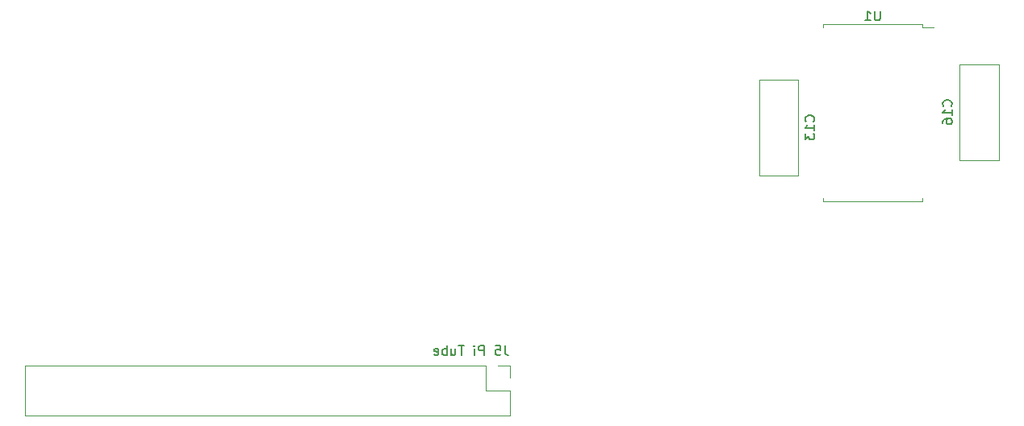
<source format=gbr>
G04 #@! TF.GenerationSoftware,KiCad,Pcbnew,(5.0.2-5)-5*
G04 #@! TF.CreationDate,2019-04-21T12:33:13+02:00*
G04 #@! TF.ProjectId,FPGAtom,46504741-746f-46d2-9e6b-696361645f70,rev?*
G04 #@! TF.SameCoordinates,Original*
G04 #@! TF.FileFunction,Legend,Bot*
G04 #@! TF.FilePolarity,Positive*
%FSLAX46Y46*%
G04 Gerber Fmt 4.6, Leading zero omitted, Abs format (unit mm)*
G04 Created by KiCad (PCBNEW (5.0.2-5)-5) date Sunday, 21 April 2019 at 12:33:13*
%MOMM*%
%LPD*%
G01*
G04 APERTURE LIST*
%ADD10C,0.120000*%
%ADD11C,0.150000*%
G04 APERTURE END LIST*
D10*
G04 #@! TO.C,J5 Pi Tube*
X152400000Y-182820000D02*
X104080000Y-182820000D01*
X104080000Y-182820000D02*
X104080000Y-188020000D01*
X104080000Y-188020000D02*
X155000000Y-188020000D01*
X155000000Y-188020000D02*
X155000000Y-185420000D01*
X155000000Y-185420000D02*
X152400000Y-185420000D01*
X152400000Y-185420000D02*
X152400000Y-182820000D01*
X153670000Y-182820000D02*
X155000000Y-182820000D01*
X155000000Y-182820000D02*
X155000000Y-184090000D01*
G04 #@! TO.C,C16*
X202156000Y-151090000D02*
X202156000Y-161210000D01*
X206276000Y-151090000D02*
X206276000Y-161210000D01*
X202156000Y-151090000D02*
X206276000Y-151090000D01*
X202156000Y-161210000D02*
X206276000Y-161210000D01*
G04 #@! TO.C,C13*
X185219400Y-162828600D02*
X185219400Y-152708600D01*
X181099400Y-162828600D02*
X181099400Y-152708600D01*
X185219400Y-162828600D02*
X181099400Y-162828600D01*
X185219400Y-152708600D02*
X181099400Y-152708600D01*
G04 #@! TO.C,U1*
X198230000Y-147275000D02*
X199390000Y-147275000D01*
X198230000Y-146895000D02*
X198230000Y-147275000D01*
X193040000Y-146895000D02*
X198230000Y-146895000D01*
X187850000Y-146895000D02*
X187850000Y-147275000D01*
X193040000Y-146895000D02*
X187850000Y-146895000D01*
X198230000Y-165525000D02*
X198230000Y-165145000D01*
X193040000Y-165525000D02*
X198230000Y-165525000D01*
X187850000Y-165525000D02*
X187850000Y-165145000D01*
X193040000Y-165525000D02*
X187850000Y-165525000D01*
G04 #@! TO.C,J5 Pi Tube*
D11*
X154423619Y-180681380D02*
X154423619Y-181395666D01*
X154471238Y-181538523D01*
X154566476Y-181633761D01*
X154709333Y-181681380D01*
X154804571Y-181681380D01*
X153471238Y-180681380D02*
X153947428Y-180681380D01*
X153995047Y-181157571D01*
X153947428Y-181109952D01*
X153852190Y-181062333D01*
X153614095Y-181062333D01*
X153518857Y-181109952D01*
X153471238Y-181157571D01*
X153423619Y-181252809D01*
X153423619Y-181490904D01*
X153471238Y-181586142D01*
X153518857Y-181633761D01*
X153614095Y-181681380D01*
X153852190Y-181681380D01*
X153947428Y-181633761D01*
X153995047Y-181586142D01*
X152233142Y-181681380D02*
X152233142Y-180681380D01*
X151852190Y-180681380D01*
X151756952Y-180729000D01*
X151709333Y-180776619D01*
X151661714Y-180871857D01*
X151661714Y-181014714D01*
X151709333Y-181109952D01*
X151756952Y-181157571D01*
X151852190Y-181205190D01*
X152233142Y-181205190D01*
X151233142Y-181681380D02*
X151233142Y-181014714D01*
X151233142Y-180681380D02*
X151280761Y-180729000D01*
X151233142Y-180776619D01*
X151185523Y-180729000D01*
X151233142Y-180681380D01*
X151233142Y-180776619D01*
X150137904Y-180681380D02*
X149566476Y-180681380D01*
X149852190Y-181681380D02*
X149852190Y-180681380D01*
X148804571Y-181014714D02*
X148804571Y-181681380D01*
X149233142Y-181014714D02*
X149233142Y-181538523D01*
X149185523Y-181633761D01*
X149090285Y-181681380D01*
X148947428Y-181681380D01*
X148852190Y-181633761D01*
X148804571Y-181586142D01*
X148328380Y-181681380D02*
X148328380Y-180681380D01*
X148328380Y-181062333D02*
X148233142Y-181014714D01*
X148042666Y-181014714D01*
X147947428Y-181062333D01*
X147899809Y-181109952D01*
X147852190Y-181205190D01*
X147852190Y-181490904D01*
X147899809Y-181586142D01*
X147947428Y-181633761D01*
X148042666Y-181681380D01*
X148233142Y-181681380D01*
X148328380Y-181633761D01*
X147042666Y-181633761D02*
X147137904Y-181681380D01*
X147328380Y-181681380D01*
X147423619Y-181633761D01*
X147471238Y-181538523D01*
X147471238Y-181157571D01*
X147423619Y-181062333D01*
X147328380Y-181014714D01*
X147137904Y-181014714D01*
X147042666Y-181062333D01*
X146995047Y-181157571D01*
X146995047Y-181252809D01*
X147471238Y-181348047D01*
G04 #@! TO.C,C16*
X201263142Y-155507142D02*
X201310761Y-155459523D01*
X201358380Y-155316666D01*
X201358380Y-155221428D01*
X201310761Y-155078571D01*
X201215523Y-154983333D01*
X201120285Y-154935714D01*
X200929809Y-154888095D01*
X200786952Y-154888095D01*
X200596476Y-154935714D01*
X200501238Y-154983333D01*
X200406000Y-155078571D01*
X200358380Y-155221428D01*
X200358380Y-155316666D01*
X200406000Y-155459523D01*
X200453619Y-155507142D01*
X201358380Y-156459523D02*
X201358380Y-155888095D01*
X201358380Y-156173809D02*
X200358380Y-156173809D01*
X200501238Y-156078571D01*
X200596476Y-155983333D01*
X200644095Y-155888095D01*
X200358380Y-157316666D02*
X200358380Y-157126190D01*
X200406000Y-157030952D01*
X200453619Y-156983333D01*
X200596476Y-156888095D01*
X200786952Y-156840476D01*
X201167904Y-156840476D01*
X201263142Y-156888095D01*
X201310761Y-156935714D01*
X201358380Y-157030952D01*
X201358380Y-157221428D01*
X201310761Y-157316666D01*
X201263142Y-157364285D01*
X201167904Y-157411904D01*
X200929809Y-157411904D01*
X200834571Y-157364285D01*
X200786952Y-157316666D01*
X200739333Y-157221428D01*
X200739333Y-157030952D01*
X200786952Y-156935714D01*
X200834571Y-156888095D01*
X200929809Y-156840476D01*
G04 #@! TO.C,C13*
X186826542Y-157125742D02*
X186874161Y-157078123D01*
X186921780Y-156935266D01*
X186921780Y-156840028D01*
X186874161Y-156697171D01*
X186778923Y-156601933D01*
X186683685Y-156554314D01*
X186493209Y-156506695D01*
X186350352Y-156506695D01*
X186159876Y-156554314D01*
X186064638Y-156601933D01*
X185969400Y-156697171D01*
X185921780Y-156840028D01*
X185921780Y-156935266D01*
X185969400Y-157078123D01*
X186017019Y-157125742D01*
X186921780Y-158078123D02*
X186921780Y-157506695D01*
X186921780Y-157792409D02*
X185921780Y-157792409D01*
X186064638Y-157697171D01*
X186159876Y-157601933D01*
X186207495Y-157506695D01*
X185921780Y-158411457D02*
X185921780Y-159030504D01*
X186302733Y-158697171D01*
X186302733Y-158840028D01*
X186350352Y-158935266D01*
X186397971Y-158982885D01*
X186493209Y-159030504D01*
X186731304Y-159030504D01*
X186826542Y-158982885D01*
X186874161Y-158935266D01*
X186921780Y-158840028D01*
X186921780Y-158554314D01*
X186874161Y-158459076D01*
X186826542Y-158411457D01*
G04 #@! TO.C,U1*
X193801904Y-145502380D02*
X193801904Y-146311904D01*
X193754285Y-146407142D01*
X193706666Y-146454761D01*
X193611428Y-146502380D01*
X193420952Y-146502380D01*
X193325714Y-146454761D01*
X193278095Y-146407142D01*
X193230476Y-146311904D01*
X193230476Y-145502380D01*
X192230476Y-146502380D02*
X192801904Y-146502380D01*
X192516190Y-146502380D02*
X192516190Y-145502380D01*
X192611428Y-145645238D01*
X192706666Y-145740476D01*
X192801904Y-145788095D01*
G04 #@! TD*
M02*

</source>
